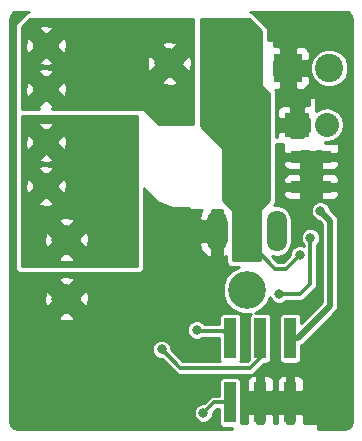
<source format=gbl>
G04 #@! TF.FileFunction,Copper,L2,Bot,Signal*
%FSLAX46Y46*%
G04 Gerber Fmt 4.6, Leading zero omitted, Abs format (unit mm)*
G04 Created by KiCad (PCBNEW 4.0.2-stable) date 22.05.2016 21:35:43*
%MOMM*%
G01*
G04 APERTURE LIST*
%ADD10C,0.100000*%
%ADD11C,2.200000*%
%ADD12C,2.500000*%
%ADD13C,0.500000*%
%ADD14R,1.020000X3.450000*%
%ADD15C,2.400000*%
%ADD16R,2.400000X2.400000*%
%ADD17R,2.032000X2.032000*%
%ADD18O,2.032000X2.032000*%
%ADD19O,1.699260X3.500120*%
%ADD20C,3.200000*%
%ADD21R,3.450000X1.020000*%
%ADD22C,0.800000*%
%ADD23C,0.500000*%
%ADD24C,0.300000*%
%ADD25C,0.254000*%
G04 APERTURE END LIST*
D10*
D11*
X171050000Y-69100000D03*
X171050000Y-72800000D03*
X171050000Y-64600000D03*
X171050000Y-60900000D03*
D12*
X186500000Y-62400000D03*
X181500000Y-62400000D03*
X172800000Y-77350000D03*
X172800000Y-82350000D03*
D13*
X180682000Y-88850000D03*
X196400000Y-92800000D03*
X195288000Y-92800000D03*
X194176000Y-92800000D03*
X183056000Y-92800000D03*
X181944000Y-92800000D03*
X180832000Y-92800000D03*
X179720000Y-92800000D03*
X178608000Y-92800000D03*
X177496000Y-92800000D03*
X176384000Y-92800000D03*
X175272000Y-92800000D03*
X174160000Y-92800000D03*
X173048000Y-92800000D03*
X171936000Y-92800000D03*
X170824000Y-92800000D03*
X169712000Y-92800000D03*
X196400000Y-91660000D03*
X196400000Y-90520000D03*
X196400000Y-89380000D03*
X196400000Y-88240000D03*
X196400000Y-87100000D03*
X196400000Y-85960000D03*
X196400000Y-84820000D03*
X196400000Y-83680000D03*
X196400000Y-82540000D03*
X196400000Y-81400000D03*
X196400000Y-80260000D03*
X196400000Y-79120000D03*
X196400000Y-77980000D03*
X196400000Y-76840000D03*
X196400000Y-75700000D03*
X196400000Y-74560000D03*
X196400000Y-73420000D03*
X196400000Y-72280000D03*
X196400000Y-71140000D03*
X196400000Y-70000000D03*
X196400000Y-68860000D03*
X196400000Y-66580000D03*
X196400000Y-65440000D03*
X196400000Y-64300000D03*
X196400000Y-60880000D03*
X196400000Y-59740000D03*
X168600000Y-92800000D03*
X168600000Y-91660000D03*
X168600000Y-90520000D03*
X168600000Y-89380000D03*
X168600000Y-88240000D03*
X168600000Y-87100000D03*
X168600000Y-85960000D03*
X168600000Y-84820000D03*
X168600000Y-83680000D03*
X168600000Y-82540000D03*
X168600000Y-81400000D03*
X196400000Y-58600000D03*
X195288000Y-58600000D03*
X194176000Y-58600000D03*
X193064000Y-58600000D03*
X191952000Y-58600000D03*
X190840000Y-58600000D03*
X189728000Y-58600000D03*
D14*
X186660000Y-85675000D03*
X186660000Y-91125000D03*
X191740000Y-91125000D03*
X191740000Y-85675000D03*
X189200000Y-91125000D03*
X189200000Y-85675000D03*
D15*
X195050000Y-62800000D03*
D16*
X191550000Y-62800000D03*
D17*
X192300000Y-67600000D03*
D18*
X194840000Y-67600000D03*
D19*
X188050000Y-76600000D03*
X190590000Y-76600000D03*
X185510000Y-76600000D03*
D20*
X188050000Y-81600000D03*
D13*
X168600000Y-58600000D03*
D21*
X188075000Y-72870000D03*
X193525000Y-72870000D03*
X188075000Y-70330000D03*
X193525000Y-70330000D03*
D22*
X194300000Y-74900000D03*
X184400000Y-92000000D03*
X190800000Y-81925000D03*
X193450000Y-77175000D03*
X183825000Y-84975000D03*
X180850000Y-86625000D03*
X192550000Y-78625000D03*
D23*
X191740000Y-85675000D02*
X192400000Y-85675000D01*
X195150000Y-75750000D02*
X194300000Y-74900000D01*
X195150000Y-82925000D02*
X195150000Y-75750000D01*
X192400000Y-85675000D02*
X195150000Y-82925000D01*
D24*
X184400000Y-92000000D02*
X185275000Y-91125000D01*
X185275000Y-91125000D02*
X186660000Y-91125000D01*
X190800000Y-81925000D02*
X192600000Y-81925000D01*
X193450000Y-79325000D02*
X193450000Y-77175000D01*
X193450000Y-81075000D02*
X193450000Y-79325000D01*
X192600000Y-81925000D02*
X193450000Y-81075000D01*
X190850000Y-81925000D02*
X190800000Y-81925000D01*
X193450000Y-77175000D02*
X193525000Y-77250000D01*
X183825000Y-84975000D02*
X183925000Y-85075000D01*
X183925000Y-85075000D02*
X186060000Y-85075000D01*
X186060000Y-85075000D02*
X186660000Y-85675000D01*
X188350000Y-88225000D02*
X189200000Y-87375000D01*
X182450000Y-88225000D02*
X188350000Y-88225000D01*
X180850000Y-86625000D02*
X182450000Y-88225000D01*
X189200000Y-87375000D02*
X189200000Y-85675000D01*
X188050000Y-76600000D02*
X188050000Y-77375000D01*
X188050000Y-77375000D02*
X190500000Y-79825000D01*
X190500000Y-79825000D02*
X191350000Y-79825000D01*
X191350000Y-79825000D02*
X192550000Y-78625000D01*
D25*
G36*
X169520508Y-58058059D02*
X169362710Y-58162710D01*
X168562710Y-58962710D01*
X168460581Y-59114420D01*
X168423000Y-59300000D01*
X168423000Y-66400000D01*
X168452261Y-66555506D01*
X168423000Y-66700000D01*
X168423000Y-79700000D01*
X168455622Y-79873369D01*
X168558083Y-80032598D01*
X168714420Y-80139419D01*
X168900000Y-80177000D01*
X178900000Y-80177000D01*
X179073369Y-80144378D01*
X179232598Y-80041917D01*
X179339419Y-79885580D01*
X179377000Y-79700000D01*
X179377000Y-77708758D01*
X184032302Y-77708758D01*
X184224509Y-78258391D01*
X184612420Y-78692631D01*
X184867879Y-78839013D01*
X185085185Y-78756412D01*
X185085185Y-77475030D01*
X184176655Y-77475030D01*
X184032302Y-77708758D01*
X179377000Y-77708758D01*
X179377000Y-72988805D01*
X179450624Y-73166989D01*
X180427866Y-74145938D01*
X181705348Y-74676395D01*
X183088584Y-74677602D01*
X183136998Y-74657598D01*
X183136998Y-74849940D01*
X184306398Y-74849940D01*
X184224509Y-74941609D01*
X184032302Y-75491242D01*
X184176655Y-75724970D01*
X185085185Y-75724970D01*
X185085185Y-74849940D01*
X185934815Y-74849940D01*
X185934815Y-75724970D01*
X186323000Y-75724970D01*
X186323000Y-77475030D01*
X185934815Y-77475030D01*
X185934815Y-78756412D01*
X186152121Y-78839013D01*
X186323000Y-78741097D01*
X186323000Y-79200000D01*
X186355622Y-79373369D01*
X186458083Y-79532598D01*
X186614420Y-79639419D01*
X186800000Y-79677000D01*
X187396025Y-79677000D01*
X186903297Y-79880591D01*
X186332595Y-80450298D01*
X186023353Y-81195036D01*
X186022649Y-82001426D01*
X186330591Y-82746703D01*
X186900298Y-83317405D01*
X187645036Y-83626647D01*
X188402934Y-83627309D01*
X188386433Y-83637927D01*
X188288936Y-83780619D01*
X188254635Y-83950000D01*
X188254635Y-87400000D01*
X188271162Y-87487836D01*
X188110998Y-87648000D01*
X187517346Y-87648000D01*
X187571064Y-87569381D01*
X187605365Y-87400000D01*
X187605365Y-83950000D01*
X187575591Y-83791763D01*
X187482073Y-83646433D01*
X187339381Y-83548936D01*
X187170000Y-83514635D01*
X186150000Y-83514635D01*
X185991763Y-83544409D01*
X185846433Y-83637927D01*
X185748936Y-83780619D01*
X185714635Y-83950000D01*
X185714635Y-84498000D01*
X184517367Y-84498000D01*
X184294070Y-84274312D01*
X183990222Y-84148144D01*
X183661221Y-84147857D01*
X183357154Y-84273495D01*
X183124312Y-84505930D01*
X182998144Y-84809778D01*
X182997857Y-85138779D01*
X183123495Y-85442846D01*
X183355930Y-85675688D01*
X183659778Y-85801856D01*
X183988779Y-85802143D01*
X184292846Y-85676505D01*
X184317394Y-85652000D01*
X185714635Y-85652000D01*
X185714635Y-87400000D01*
X185744409Y-87558237D01*
X185802170Y-87648000D01*
X182689001Y-87648000D01*
X181676991Y-86635989D01*
X181677143Y-86461221D01*
X181551505Y-86157154D01*
X181319070Y-85924312D01*
X181015222Y-85798144D01*
X180686221Y-85797857D01*
X180382154Y-85923495D01*
X180149312Y-86155930D01*
X180023144Y-86459778D01*
X180022857Y-86788779D01*
X180148495Y-87092846D01*
X180380930Y-87325688D01*
X180684778Y-87451856D01*
X180861008Y-87452010D01*
X182041997Y-88632998D01*
X182041999Y-88633001D01*
X182229192Y-88758078D01*
X182450000Y-88802001D01*
X182450005Y-88802000D01*
X188349995Y-88802000D01*
X188350000Y-88802001D01*
X188570808Y-88758078D01*
X188758001Y-88633001D01*
X189555636Y-87835365D01*
X189710000Y-87835365D01*
X189868237Y-87805591D01*
X190013567Y-87712073D01*
X190111064Y-87569381D01*
X190145365Y-87400000D01*
X190145365Y-83950000D01*
X190794635Y-83950000D01*
X190794635Y-87400000D01*
X190824409Y-87558237D01*
X190917927Y-87703567D01*
X191060619Y-87801064D01*
X191230000Y-87835365D01*
X192250000Y-87835365D01*
X192408237Y-87805591D01*
X192553567Y-87712073D01*
X192651064Y-87569381D01*
X192685365Y-87400000D01*
X192685365Y-86282901D01*
X192878711Y-86153711D01*
X195628711Y-83403712D01*
X195702089Y-83293894D01*
X195775466Y-83184077D01*
X195827000Y-82925000D01*
X195827000Y-75750000D01*
X195808485Y-75656919D01*
X195775467Y-75490924D01*
X195628712Y-75271289D01*
X195127114Y-74769691D01*
X195127143Y-74736221D01*
X195001505Y-74432154D01*
X194769070Y-74199312D01*
X194465222Y-74073144D01*
X194136221Y-74072857D01*
X193832154Y-74198495D01*
X193599312Y-74430930D01*
X193473144Y-74734778D01*
X193472857Y-75063779D01*
X193598495Y-75367846D01*
X193830930Y-75600688D01*
X194134778Y-75726856D01*
X194169464Y-75726886D01*
X194473000Y-76030423D01*
X194473000Y-82644577D01*
X192685365Y-84432213D01*
X192685365Y-83950000D01*
X192655591Y-83791763D01*
X192562073Y-83646433D01*
X192419381Y-83548936D01*
X192250000Y-83514635D01*
X191230000Y-83514635D01*
X191071763Y-83544409D01*
X190926433Y-83637927D01*
X190828936Y-83780619D01*
X190794635Y-83950000D01*
X190145365Y-83950000D01*
X190115591Y-83791763D01*
X190022073Y-83646433D01*
X189879381Y-83548936D01*
X189710000Y-83514635D01*
X188724220Y-83514635D01*
X189196703Y-83319409D01*
X189767405Y-82749702D01*
X190007265Y-82172054D01*
X190098495Y-82392846D01*
X190330930Y-82625688D01*
X190634778Y-82751856D01*
X190963779Y-82752143D01*
X191267846Y-82626505D01*
X191392569Y-82502000D01*
X192599995Y-82502000D01*
X192600000Y-82502001D01*
X192820808Y-82458078D01*
X193008001Y-82333001D01*
X193857998Y-81483003D01*
X193858001Y-81483001D01*
X193983078Y-81295808D01*
X193997462Y-81223495D01*
X194027001Y-81075000D01*
X194027000Y-81074995D01*
X194027000Y-77767542D01*
X194150688Y-77644070D01*
X194276856Y-77340222D01*
X194277143Y-77011221D01*
X194151505Y-76707154D01*
X193919070Y-76474312D01*
X193615222Y-76348144D01*
X193286221Y-76347857D01*
X192982154Y-76473495D01*
X192749312Y-76705930D01*
X192623144Y-77009778D01*
X192622857Y-77338779D01*
X192748495Y-77642846D01*
X192873000Y-77767569D01*
X192873000Y-77863659D01*
X192715222Y-77798144D01*
X192386221Y-77797857D01*
X192082154Y-77923495D01*
X191849312Y-78155930D01*
X191723144Y-78459778D01*
X191722990Y-78636008D01*
X191110998Y-79248000D01*
X190739001Y-79248000D01*
X190241364Y-78750363D01*
X190590000Y-78819711D01*
X191078545Y-78722533D01*
X191492714Y-78445795D01*
X191769452Y-78031626D01*
X191866630Y-77543081D01*
X191866630Y-75656919D01*
X191769452Y-75168374D01*
X191492714Y-74754205D01*
X191078545Y-74477467D01*
X190590000Y-74380289D01*
X190345696Y-74428884D01*
X190437290Y-74337290D01*
X190539419Y-74185580D01*
X190577000Y-74000000D01*
X190577000Y-73283750D01*
X191165000Y-73283750D01*
X191165000Y-73506309D01*
X191261673Y-73739698D01*
X191440301Y-73918327D01*
X191673690Y-74015000D01*
X192503750Y-74015000D01*
X192662500Y-73856250D01*
X192662500Y-73125000D01*
X194387500Y-73125000D01*
X194387500Y-73856250D01*
X194546250Y-74015000D01*
X195376310Y-74015000D01*
X195609699Y-73918327D01*
X195788327Y-73739698D01*
X195885000Y-73506309D01*
X195885000Y-73283750D01*
X195726250Y-73125000D01*
X194387500Y-73125000D01*
X192662500Y-73125000D01*
X191323750Y-73125000D01*
X191165000Y-73283750D01*
X190577000Y-73283750D01*
X190577000Y-72233691D01*
X191165000Y-72233691D01*
X191165000Y-72456250D01*
X191323750Y-72615000D01*
X192662500Y-72615000D01*
X192662500Y-71883750D01*
X194387500Y-71883750D01*
X194387500Y-72615000D01*
X195726250Y-72615000D01*
X195885000Y-72456250D01*
X195885000Y-72233691D01*
X195788327Y-72000302D01*
X195609699Y-71821673D01*
X195376310Y-71725000D01*
X194546250Y-71725000D01*
X194387500Y-71883750D01*
X192662500Y-71883750D01*
X192503750Y-71725000D01*
X191673690Y-71725000D01*
X191440301Y-71821673D01*
X191261673Y-72000302D01*
X191165000Y-72233691D01*
X190577000Y-72233691D01*
X190577000Y-70743750D01*
X191165000Y-70743750D01*
X191165000Y-70966309D01*
X191261673Y-71199698D01*
X191440301Y-71378327D01*
X191673690Y-71475000D01*
X192503750Y-71475000D01*
X192662500Y-71316250D01*
X192662500Y-70585000D01*
X194387500Y-70585000D01*
X194387500Y-71316250D01*
X194546250Y-71475000D01*
X195376310Y-71475000D01*
X195609699Y-71378327D01*
X195788327Y-71199698D01*
X195885000Y-70966309D01*
X195885000Y-70743750D01*
X195726250Y-70585000D01*
X194387500Y-70585000D01*
X192662500Y-70585000D01*
X191323750Y-70585000D01*
X191165000Y-70743750D01*
X190577000Y-70743750D01*
X190577000Y-69251000D01*
X191151998Y-69251000D01*
X191151998Y-69820000D01*
X191165000Y-69820000D01*
X191165000Y-69916250D01*
X191323750Y-70075000D01*
X192662500Y-70075000D01*
X192662500Y-69820000D01*
X193316000Y-69820000D01*
X193316000Y-69973002D01*
X193951000Y-69973002D01*
X193951000Y-69820000D01*
X194387500Y-69820000D01*
X194387500Y-70075000D01*
X195726250Y-70075000D01*
X195885000Y-69916250D01*
X195885000Y-69820000D01*
X195898002Y-69820000D01*
X195898002Y-69185000D01*
X194673002Y-69185000D01*
X194673002Y-69038052D01*
X194840000Y-69071270D01*
X195392212Y-68961428D01*
X195860355Y-68648625D01*
X196173158Y-68180482D01*
X196283000Y-67628270D01*
X196283000Y-67571730D01*
X196173158Y-67019518D01*
X195860355Y-66551375D01*
X195392212Y-66238572D01*
X194840000Y-66128730D01*
X194287788Y-66238572D01*
X193951000Y-66463606D01*
X193951000Y-65226998D01*
X193316000Y-65226998D01*
X193316000Y-65949000D01*
X192966750Y-65949000D01*
X192808000Y-66107750D01*
X192808000Y-67092000D01*
X193316000Y-67092000D01*
X193316000Y-68108000D01*
X192808000Y-68108000D01*
X192808000Y-68616000D01*
X191792000Y-68616000D01*
X191792000Y-68108000D01*
X190807750Y-68108000D01*
X190649000Y-68266750D01*
X190649000Y-68616000D01*
X190577000Y-68616000D01*
X190577000Y-66457691D01*
X190649000Y-66457691D01*
X190649000Y-66933250D01*
X190807750Y-67092000D01*
X191792000Y-67092000D01*
X191792000Y-66107750D01*
X191633250Y-65949000D01*
X191157690Y-65949000D01*
X190924301Y-66045673D01*
X190745673Y-66224302D01*
X190649000Y-66457691D01*
X190577000Y-66457691D01*
X190577000Y-64900000D01*
X190541941Y-64720508D01*
X190485232Y-64635000D01*
X190791250Y-64635000D01*
X190950000Y-64476250D01*
X190950000Y-63400000D01*
X192150000Y-63400000D01*
X192150000Y-64476250D01*
X192308750Y-64635000D01*
X192876309Y-64635000D01*
X193109698Y-64538327D01*
X193288327Y-64359699D01*
X193385000Y-64126310D01*
X193385000Y-63558750D01*
X193226250Y-63400000D01*
X192150000Y-63400000D01*
X190950000Y-63400000D01*
X190350000Y-63400000D01*
X190350000Y-63122211D01*
X193422718Y-63122211D01*
X193669892Y-63720418D01*
X194127175Y-64178499D01*
X194724950Y-64426717D01*
X195372211Y-64427282D01*
X195970418Y-64180108D01*
X196428499Y-63722825D01*
X196676717Y-63125050D01*
X196677282Y-62477789D01*
X196430108Y-61879582D01*
X195972825Y-61421501D01*
X195375050Y-61173283D01*
X194727789Y-61172718D01*
X194129582Y-61419892D01*
X193671501Y-61877175D01*
X193423283Y-62474950D01*
X193422718Y-63122211D01*
X190350000Y-63122211D01*
X190350000Y-62200000D01*
X190950000Y-62200000D01*
X190950000Y-61123750D01*
X192150000Y-61123750D01*
X192150000Y-62200000D01*
X193226250Y-62200000D01*
X193385000Y-62041250D01*
X193385000Y-61473690D01*
X193288327Y-61240301D01*
X193109698Y-61061673D01*
X192876309Y-60965000D01*
X192308750Y-60965000D01*
X192150000Y-61123750D01*
X190950000Y-61123750D01*
X190791250Y-60965000D01*
X190350000Y-60965000D01*
X190350000Y-60426998D01*
X189877000Y-60426998D01*
X189877000Y-59600000D01*
X189841941Y-59420508D01*
X189737290Y-59262710D01*
X188637290Y-58162710D01*
X188485580Y-58060581D01*
X188344443Y-58032000D01*
X196357453Y-58032000D01*
X196614125Y-58083055D01*
X196795652Y-58204348D01*
X196916945Y-58385875D01*
X196968000Y-58642546D01*
X196968000Y-92757454D01*
X196916945Y-93014125D01*
X196795652Y-93195652D01*
X196614125Y-93316945D01*
X196357453Y-93368000D01*
X194113002Y-93368000D01*
X194113002Y-92850000D01*
X192885000Y-92850000D01*
X192885000Y-92146250D01*
X192726250Y-91987500D01*
X191995000Y-91987500D01*
X191995000Y-92850000D01*
X191485000Y-92850000D01*
X191485000Y-91987500D01*
X190753750Y-91987500D01*
X190595000Y-92146250D01*
X190595000Y-92850000D01*
X190345000Y-92850000D01*
X190345000Y-92146250D01*
X190186250Y-91987500D01*
X189455000Y-91987500D01*
X189455000Y-92850000D01*
X188945000Y-92850000D01*
X188945000Y-91987500D01*
X188213750Y-91987500D01*
X188055000Y-92146250D01*
X188055000Y-92850000D01*
X187605365Y-92850000D01*
X187605365Y-89400000D01*
X187581599Y-89273690D01*
X188055000Y-89273690D01*
X188055000Y-90103750D01*
X188213750Y-90262500D01*
X188945000Y-90262500D01*
X188945000Y-88923750D01*
X189455000Y-88923750D01*
X189455000Y-90262500D01*
X190186250Y-90262500D01*
X190345000Y-90103750D01*
X190345000Y-89273690D01*
X190595000Y-89273690D01*
X190595000Y-90103750D01*
X190753750Y-90262500D01*
X191485000Y-90262500D01*
X191485000Y-88923750D01*
X191995000Y-88923750D01*
X191995000Y-90262500D01*
X192726250Y-90262500D01*
X192885000Y-90103750D01*
X192885000Y-89273690D01*
X192788327Y-89040301D01*
X192609698Y-88861673D01*
X192376309Y-88765000D01*
X192153750Y-88765000D01*
X191995000Y-88923750D01*
X191485000Y-88923750D01*
X191326250Y-88765000D01*
X191103691Y-88765000D01*
X190870302Y-88861673D01*
X190691673Y-89040301D01*
X190595000Y-89273690D01*
X190345000Y-89273690D01*
X190248327Y-89040301D01*
X190069698Y-88861673D01*
X189836309Y-88765000D01*
X189613750Y-88765000D01*
X189455000Y-88923750D01*
X188945000Y-88923750D01*
X188786250Y-88765000D01*
X188563691Y-88765000D01*
X188330302Y-88861673D01*
X188151673Y-89040301D01*
X188055000Y-89273690D01*
X187581599Y-89273690D01*
X187575591Y-89241763D01*
X187482073Y-89096433D01*
X187339381Y-88998936D01*
X187170000Y-88964635D01*
X186150000Y-88964635D01*
X185991763Y-88994409D01*
X185846433Y-89087927D01*
X185748936Y-89230619D01*
X185714635Y-89400000D01*
X185714635Y-90548000D01*
X185275005Y-90548000D01*
X185275000Y-90547999D01*
X185054192Y-90591922D01*
X184866999Y-90716999D01*
X184410989Y-91173009D01*
X184236221Y-91172857D01*
X183932154Y-91298495D01*
X183699312Y-91530930D01*
X183573144Y-91834778D01*
X183572857Y-92163779D01*
X183698495Y-92467846D01*
X183930930Y-92700688D01*
X184234778Y-92826856D01*
X184563779Y-92827143D01*
X184867846Y-92701505D01*
X185100688Y-92469070D01*
X185226856Y-92165222D01*
X185227010Y-91988992D01*
X185514002Y-91702000D01*
X185714635Y-91702000D01*
X185714635Y-92850000D01*
X185744409Y-93008237D01*
X185837927Y-93153567D01*
X185980619Y-93251064D01*
X186150000Y-93285365D01*
X186826998Y-93285365D01*
X186826998Y-93368000D01*
X168642546Y-93368000D01*
X168385875Y-93316945D01*
X168204348Y-93195652D01*
X168083055Y-93014125D01*
X168032000Y-92757453D01*
X168032000Y-83957741D01*
X172076143Y-83957741D01*
X172237356Y-84187727D01*
X172983452Y-84263153D01*
X173362644Y-84187727D01*
X173523857Y-83957741D01*
X172800000Y-83233883D01*
X172076143Y-83957741D01*
X168032000Y-83957741D01*
X168032000Y-82533452D01*
X170886847Y-82533452D01*
X170962273Y-82912644D01*
X171192259Y-83073857D01*
X171916117Y-82350000D01*
X173683883Y-82350000D01*
X174407741Y-83073857D01*
X174637727Y-82912644D01*
X174713153Y-82166548D01*
X174637727Y-81787356D01*
X174407741Y-81626143D01*
X173683883Y-82350000D01*
X171916117Y-82350000D01*
X171192259Y-81626143D01*
X170962273Y-81787356D01*
X170886847Y-82533452D01*
X168032000Y-82533452D01*
X168032000Y-80742259D01*
X172076143Y-80742259D01*
X172800000Y-81466117D01*
X173523857Y-80742259D01*
X173362644Y-80512273D01*
X172616548Y-80436847D01*
X172237356Y-80512273D01*
X172076143Y-80742259D01*
X168032000Y-80742259D01*
X168032000Y-58642547D01*
X168083055Y-58385875D01*
X168204348Y-58204348D01*
X168385875Y-58083055D01*
X168642546Y-58032000D01*
X169653923Y-58032000D01*
X169520508Y-58058059D01*
X169520508Y-58058059D01*
G37*
X169520508Y-58058059D02*
X169362710Y-58162710D01*
X168562710Y-58962710D01*
X168460581Y-59114420D01*
X168423000Y-59300000D01*
X168423000Y-66400000D01*
X168452261Y-66555506D01*
X168423000Y-66700000D01*
X168423000Y-79700000D01*
X168455622Y-79873369D01*
X168558083Y-80032598D01*
X168714420Y-80139419D01*
X168900000Y-80177000D01*
X178900000Y-80177000D01*
X179073369Y-80144378D01*
X179232598Y-80041917D01*
X179339419Y-79885580D01*
X179377000Y-79700000D01*
X179377000Y-77708758D01*
X184032302Y-77708758D01*
X184224509Y-78258391D01*
X184612420Y-78692631D01*
X184867879Y-78839013D01*
X185085185Y-78756412D01*
X185085185Y-77475030D01*
X184176655Y-77475030D01*
X184032302Y-77708758D01*
X179377000Y-77708758D01*
X179377000Y-72988805D01*
X179450624Y-73166989D01*
X180427866Y-74145938D01*
X181705348Y-74676395D01*
X183088584Y-74677602D01*
X183136998Y-74657598D01*
X183136998Y-74849940D01*
X184306398Y-74849940D01*
X184224509Y-74941609D01*
X184032302Y-75491242D01*
X184176655Y-75724970D01*
X185085185Y-75724970D01*
X185085185Y-74849940D01*
X185934815Y-74849940D01*
X185934815Y-75724970D01*
X186323000Y-75724970D01*
X186323000Y-77475030D01*
X185934815Y-77475030D01*
X185934815Y-78756412D01*
X186152121Y-78839013D01*
X186323000Y-78741097D01*
X186323000Y-79200000D01*
X186355622Y-79373369D01*
X186458083Y-79532598D01*
X186614420Y-79639419D01*
X186800000Y-79677000D01*
X187396025Y-79677000D01*
X186903297Y-79880591D01*
X186332595Y-80450298D01*
X186023353Y-81195036D01*
X186022649Y-82001426D01*
X186330591Y-82746703D01*
X186900298Y-83317405D01*
X187645036Y-83626647D01*
X188402934Y-83627309D01*
X188386433Y-83637927D01*
X188288936Y-83780619D01*
X188254635Y-83950000D01*
X188254635Y-87400000D01*
X188271162Y-87487836D01*
X188110998Y-87648000D01*
X187517346Y-87648000D01*
X187571064Y-87569381D01*
X187605365Y-87400000D01*
X187605365Y-83950000D01*
X187575591Y-83791763D01*
X187482073Y-83646433D01*
X187339381Y-83548936D01*
X187170000Y-83514635D01*
X186150000Y-83514635D01*
X185991763Y-83544409D01*
X185846433Y-83637927D01*
X185748936Y-83780619D01*
X185714635Y-83950000D01*
X185714635Y-84498000D01*
X184517367Y-84498000D01*
X184294070Y-84274312D01*
X183990222Y-84148144D01*
X183661221Y-84147857D01*
X183357154Y-84273495D01*
X183124312Y-84505930D01*
X182998144Y-84809778D01*
X182997857Y-85138779D01*
X183123495Y-85442846D01*
X183355930Y-85675688D01*
X183659778Y-85801856D01*
X183988779Y-85802143D01*
X184292846Y-85676505D01*
X184317394Y-85652000D01*
X185714635Y-85652000D01*
X185714635Y-87400000D01*
X185744409Y-87558237D01*
X185802170Y-87648000D01*
X182689001Y-87648000D01*
X181676991Y-86635989D01*
X181677143Y-86461221D01*
X181551505Y-86157154D01*
X181319070Y-85924312D01*
X181015222Y-85798144D01*
X180686221Y-85797857D01*
X180382154Y-85923495D01*
X180149312Y-86155930D01*
X180023144Y-86459778D01*
X180022857Y-86788779D01*
X180148495Y-87092846D01*
X180380930Y-87325688D01*
X180684778Y-87451856D01*
X180861008Y-87452010D01*
X182041997Y-88632998D01*
X182041999Y-88633001D01*
X182229192Y-88758078D01*
X182450000Y-88802001D01*
X182450005Y-88802000D01*
X188349995Y-88802000D01*
X188350000Y-88802001D01*
X188570808Y-88758078D01*
X188758001Y-88633001D01*
X189555636Y-87835365D01*
X189710000Y-87835365D01*
X189868237Y-87805591D01*
X190013567Y-87712073D01*
X190111064Y-87569381D01*
X190145365Y-87400000D01*
X190145365Y-83950000D01*
X190794635Y-83950000D01*
X190794635Y-87400000D01*
X190824409Y-87558237D01*
X190917927Y-87703567D01*
X191060619Y-87801064D01*
X191230000Y-87835365D01*
X192250000Y-87835365D01*
X192408237Y-87805591D01*
X192553567Y-87712073D01*
X192651064Y-87569381D01*
X192685365Y-87400000D01*
X192685365Y-86282901D01*
X192878711Y-86153711D01*
X195628711Y-83403712D01*
X195702089Y-83293894D01*
X195775466Y-83184077D01*
X195827000Y-82925000D01*
X195827000Y-75750000D01*
X195808485Y-75656919D01*
X195775467Y-75490924D01*
X195628712Y-75271289D01*
X195127114Y-74769691D01*
X195127143Y-74736221D01*
X195001505Y-74432154D01*
X194769070Y-74199312D01*
X194465222Y-74073144D01*
X194136221Y-74072857D01*
X193832154Y-74198495D01*
X193599312Y-74430930D01*
X193473144Y-74734778D01*
X193472857Y-75063779D01*
X193598495Y-75367846D01*
X193830930Y-75600688D01*
X194134778Y-75726856D01*
X194169464Y-75726886D01*
X194473000Y-76030423D01*
X194473000Y-82644577D01*
X192685365Y-84432213D01*
X192685365Y-83950000D01*
X192655591Y-83791763D01*
X192562073Y-83646433D01*
X192419381Y-83548936D01*
X192250000Y-83514635D01*
X191230000Y-83514635D01*
X191071763Y-83544409D01*
X190926433Y-83637927D01*
X190828936Y-83780619D01*
X190794635Y-83950000D01*
X190145365Y-83950000D01*
X190115591Y-83791763D01*
X190022073Y-83646433D01*
X189879381Y-83548936D01*
X189710000Y-83514635D01*
X188724220Y-83514635D01*
X189196703Y-83319409D01*
X189767405Y-82749702D01*
X190007265Y-82172054D01*
X190098495Y-82392846D01*
X190330930Y-82625688D01*
X190634778Y-82751856D01*
X190963779Y-82752143D01*
X191267846Y-82626505D01*
X191392569Y-82502000D01*
X192599995Y-82502000D01*
X192600000Y-82502001D01*
X192820808Y-82458078D01*
X193008001Y-82333001D01*
X193857998Y-81483003D01*
X193858001Y-81483001D01*
X193983078Y-81295808D01*
X193997462Y-81223495D01*
X194027001Y-81075000D01*
X194027000Y-81074995D01*
X194027000Y-77767542D01*
X194150688Y-77644070D01*
X194276856Y-77340222D01*
X194277143Y-77011221D01*
X194151505Y-76707154D01*
X193919070Y-76474312D01*
X193615222Y-76348144D01*
X193286221Y-76347857D01*
X192982154Y-76473495D01*
X192749312Y-76705930D01*
X192623144Y-77009778D01*
X192622857Y-77338779D01*
X192748495Y-77642846D01*
X192873000Y-77767569D01*
X192873000Y-77863659D01*
X192715222Y-77798144D01*
X192386221Y-77797857D01*
X192082154Y-77923495D01*
X191849312Y-78155930D01*
X191723144Y-78459778D01*
X191722990Y-78636008D01*
X191110998Y-79248000D01*
X190739001Y-79248000D01*
X190241364Y-78750363D01*
X190590000Y-78819711D01*
X191078545Y-78722533D01*
X191492714Y-78445795D01*
X191769452Y-78031626D01*
X191866630Y-77543081D01*
X191866630Y-75656919D01*
X191769452Y-75168374D01*
X191492714Y-74754205D01*
X191078545Y-74477467D01*
X190590000Y-74380289D01*
X190345696Y-74428884D01*
X190437290Y-74337290D01*
X190539419Y-74185580D01*
X190577000Y-74000000D01*
X190577000Y-73283750D01*
X191165000Y-73283750D01*
X191165000Y-73506309D01*
X191261673Y-73739698D01*
X191440301Y-73918327D01*
X191673690Y-74015000D01*
X192503750Y-74015000D01*
X192662500Y-73856250D01*
X192662500Y-73125000D01*
X194387500Y-73125000D01*
X194387500Y-73856250D01*
X194546250Y-74015000D01*
X195376310Y-74015000D01*
X195609699Y-73918327D01*
X195788327Y-73739698D01*
X195885000Y-73506309D01*
X195885000Y-73283750D01*
X195726250Y-73125000D01*
X194387500Y-73125000D01*
X192662500Y-73125000D01*
X191323750Y-73125000D01*
X191165000Y-73283750D01*
X190577000Y-73283750D01*
X190577000Y-72233691D01*
X191165000Y-72233691D01*
X191165000Y-72456250D01*
X191323750Y-72615000D01*
X192662500Y-72615000D01*
X192662500Y-71883750D01*
X194387500Y-71883750D01*
X194387500Y-72615000D01*
X195726250Y-72615000D01*
X195885000Y-72456250D01*
X195885000Y-72233691D01*
X195788327Y-72000302D01*
X195609699Y-71821673D01*
X195376310Y-71725000D01*
X194546250Y-71725000D01*
X194387500Y-71883750D01*
X192662500Y-71883750D01*
X192503750Y-71725000D01*
X191673690Y-71725000D01*
X191440301Y-71821673D01*
X191261673Y-72000302D01*
X191165000Y-72233691D01*
X190577000Y-72233691D01*
X190577000Y-70743750D01*
X191165000Y-70743750D01*
X191165000Y-70966309D01*
X191261673Y-71199698D01*
X191440301Y-71378327D01*
X191673690Y-71475000D01*
X192503750Y-71475000D01*
X192662500Y-71316250D01*
X192662500Y-70585000D01*
X194387500Y-70585000D01*
X194387500Y-71316250D01*
X194546250Y-71475000D01*
X195376310Y-71475000D01*
X195609699Y-71378327D01*
X195788327Y-71199698D01*
X195885000Y-70966309D01*
X195885000Y-70743750D01*
X195726250Y-70585000D01*
X194387500Y-70585000D01*
X192662500Y-70585000D01*
X191323750Y-70585000D01*
X191165000Y-70743750D01*
X190577000Y-70743750D01*
X190577000Y-69251000D01*
X191151998Y-69251000D01*
X191151998Y-69820000D01*
X191165000Y-69820000D01*
X191165000Y-69916250D01*
X191323750Y-70075000D01*
X192662500Y-70075000D01*
X192662500Y-69820000D01*
X193316000Y-69820000D01*
X193316000Y-69973002D01*
X193951000Y-69973002D01*
X193951000Y-69820000D01*
X194387500Y-69820000D01*
X194387500Y-70075000D01*
X195726250Y-70075000D01*
X195885000Y-69916250D01*
X195885000Y-69820000D01*
X195898002Y-69820000D01*
X195898002Y-69185000D01*
X194673002Y-69185000D01*
X194673002Y-69038052D01*
X194840000Y-69071270D01*
X195392212Y-68961428D01*
X195860355Y-68648625D01*
X196173158Y-68180482D01*
X196283000Y-67628270D01*
X196283000Y-67571730D01*
X196173158Y-67019518D01*
X195860355Y-66551375D01*
X195392212Y-66238572D01*
X194840000Y-66128730D01*
X194287788Y-66238572D01*
X193951000Y-66463606D01*
X193951000Y-65226998D01*
X193316000Y-65226998D01*
X193316000Y-65949000D01*
X192966750Y-65949000D01*
X192808000Y-66107750D01*
X192808000Y-67092000D01*
X193316000Y-67092000D01*
X193316000Y-68108000D01*
X192808000Y-68108000D01*
X192808000Y-68616000D01*
X191792000Y-68616000D01*
X191792000Y-68108000D01*
X190807750Y-68108000D01*
X190649000Y-68266750D01*
X190649000Y-68616000D01*
X190577000Y-68616000D01*
X190577000Y-66457691D01*
X190649000Y-66457691D01*
X190649000Y-66933250D01*
X190807750Y-67092000D01*
X191792000Y-67092000D01*
X191792000Y-66107750D01*
X191633250Y-65949000D01*
X191157690Y-65949000D01*
X190924301Y-66045673D01*
X190745673Y-66224302D01*
X190649000Y-66457691D01*
X190577000Y-66457691D01*
X190577000Y-64900000D01*
X190541941Y-64720508D01*
X190485232Y-64635000D01*
X190791250Y-64635000D01*
X190950000Y-64476250D01*
X190950000Y-63400000D01*
X192150000Y-63400000D01*
X192150000Y-64476250D01*
X192308750Y-64635000D01*
X192876309Y-64635000D01*
X193109698Y-64538327D01*
X193288327Y-64359699D01*
X193385000Y-64126310D01*
X193385000Y-63558750D01*
X193226250Y-63400000D01*
X192150000Y-63400000D01*
X190950000Y-63400000D01*
X190350000Y-63400000D01*
X190350000Y-63122211D01*
X193422718Y-63122211D01*
X193669892Y-63720418D01*
X194127175Y-64178499D01*
X194724950Y-64426717D01*
X195372211Y-64427282D01*
X195970418Y-64180108D01*
X196428499Y-63722825D01*
X196676717Y-63125050D01*
X196677282Y-62477789D01*
X196430108Y-61879582D01*
X195972825Y-61421501D01*
X195375050Y-61173283D01*
X194727789Y-61172718D01*
X194129582Y-61419892D01*
X193671501Y-61877175D01*
X193423283Y-62474950D01*
X193422718Y-63122211D01*
X190350000Y-63122211D01*
X190350000Y-62200000D01*
X190950000Y-62200000D01*
X190950000Y-61123750D01*
X192150000Y-61123750D01*
X192150000Y-62200000D01*
X193226250Y-62200000D01*
X193385000Y-62041250D01*
X193385000Y-61473690D01*
X193288327Y-61240301D01*
X193109698Y-61061673D01*
X192876309Y-60965000D01*
X192308750Y-60965000D01*
X192150000Y-61123750D01*
X190950000Y-61123750D01*
X190791250Y-60965000D01*
X190350000Y-60965000D01*
X190350000Y-60426998D01*
X189877000Y-60426998D01*
X189877000Y-59600000D01*
X189841941Y-59420508D01*
X189737290Y-59262710D01*
X188637290Y-58162710D01*
X188485580Y-58060581D01*
X188344443Y-58032000D01*
X196357453Y-58032000D01*
X196614125Y-58083055D01*
X196795652Y-58204348D01*
X196916945Y-58385875D01*
X196968000Y-58642546D01*
X196968000Y-92757454D01*
X196916945Y-93014125D01*
X196795652Y-93195652D01*
X196614125Y-93316945D01*
X196357453Y-93368000D01*
X194113002Y-93368000D01*
X194113002Y-92850000D01*
X192885000Y-92850000D01*
X192885000Y-92146250D01*
X192726250Y-91987500D01*
X191995000Y-91987500D01*
X191995000Y-92850000D01*
X191485000Y-92850000D01*
X191485000Y-91987500D01*
X190753750Y-91987500D01*
X190595000Y-92146250D01*
X190595000Y-92850000D01*
X190345000Y-92850000D01*
X190345000Y-92146250D01*
X190186250Y-91987500D01*
X189455000Y-91987500D01*
X189455000Y-92850000D01*
X188945000Y-92850000D01*
X188945000Y-91987500D01*
X188213750Y-91987500D01*
X188055000Y-92146250D01*
X188055000Y-92850000D01*
X187605365Y-92850000D01*
X187605365Y-89400000D01*
X187581599Y-89273690D01*
X188055000Y-89273690D01*
X188055000Y-90103750D01*
X188213750Y-90262500D01*
X188945000Y-90262500D01*
X188945000Y-88923750D01*
X189455000Y-88923750D01*
X189455000Y-90262500D01*
X190186250Y-90262500D01*
X190345000Y-90103750D01*
X190345000Y-89273690D01*
X190595000Y-89273690D01*
X190595000Y-90103750D01*
X190753750Y-90262500D01*
X191485000Y-90262500D01*
X191485000Y-88923750D01*
X191995000Y-88923750D01*
X191995000Y-90262500D01*
X192726250Y-90262500D01*
X192885000Y-90103750D01*
X192885000Y-89273690D01*
X192788327Y-89040301D01*
X192609698Y-88861673D01*
X192376309Y-88765000D01*
X192153750Y-88765000D01*
X191995000Y-88923750D01*
X191485000Y-88923750D01*
X191326250Y-88765000D01*
X191103691Y-88765000D01*
X190870302Y-88861673D01*
X190691673Y-89040301D01*
X190595000Y-89273690D01*
X190345000Y-89273690D01*
X190248327Y-89040301D01*
X190069698Y-88861673D01*
X189836309Y-88765000D01*
X189613750Y-88765000D01*
X189455000Y-88923750D01*
X188945000Y-88923750D01*
X188786250Y-88765000D01*
X188563691Y-88765000D01*
X188330302Y-88861673D01*
X188151673Y-89040301D01*
X188055000Y-89273690D01*
X187581599Y-89273690D01*
X187575591Y-89241763D01*
X187482073Y-89096433D01*
X187339381Y-88998936D01*
X187170000Y-88964635D01*
X186150000Y-88964635D01*
X185991763Y-88994409D01*
X185846433Y-89087927D01*
X185748936Y-89230619D01*
X185714635Y-89400000D01*
X185714635Y-90548000D01*
X185275005Y-90548000D01*
X185275000Y-90547999D01*
X185054192Y-90591922D01*
X184866999Y-90716999D01*
X184410989Y-91173009D01*
X184236221Y-91172857D01*
X183932154Y-91298495D01*
X183699312Y-91530930D01*
X183573144Y-91834778D01*
X183572857Y-92163779D01*
X183698495Y-92467846D01*
X183930930Y-92700688D01*
X184234778Y-92826856D01*
X184563779Y-92827143D01*
X184867846Y-92701505D01*
X185100688Y-92469070D01*
X185226856Y-92165222D01*
X185227010Y-91988992D01*
X185514002Y-91702000D01*
X185714635Y-91702000D01*
X185714635Y-92850000D01*
X185744409Y-93008237D01*
X185837927Y-93153567D01*
X185980619Y-93251064D01*
X186150000Y-93285365D01*
X186826998Y-93285365D01*
X186826998Y-93368000D01*
X168642546Y-93368000D01*
X168385875Y-93316945D01*
X168204348Y-93195652D01*
X168083055Y-93014125D01*
X168032000Y-92757453D01*
X168032000Y-83957741D01*
X172076143Y-83957741D01*
X172237356Y-84187727D01*
X172983452Y-84263153D01*
X173362644Y-84187727D01*
X173523857Y-83957741D01*
X172800000Y-83233883D01*
X172076143Y-83957741D01*
X168032000Y-83957741D01*
X168032000Y-82533452D01*
X170886847Y-82533452D01*
X170962273Y-82912644D01*
X171192259Y-83073857D01*
X171916117Y-82350000D01*
X173683883Y-82350000D01*
X174407741Y-83073857D01*
X174637727Y-82912644D01*
X174713153Y-82166548D01*
X174637727Y-81787356D01*
X174407741Y-81626143D01*
X173683883Y-82350000D01*
X171916117Y-82350000D01*
X171192259Y-81626143D01*
X170962273Y-81787356D01*
X170886847Y-82533452D01*
X168032000Y-82533452D01*
X168032000Y-80742259D01*
X172076143Y-80742259D01*
X172800000Y-81466117D01*
X173523857Y-80742259D01*
X173362644Y-80512273D01*
X172616548Y-80436847D01*
X172237356Y-80512273D01*
X172076143Y-80742259D01*
X168032000Y-80742259D01*
X168032000Y-58642547D01*
X168083055Y-58385875D01*
X168204348Y-58204348D01*
X168385875Y-58083055D01*
X168642546Y-58032000D01*
X169653923Y-58032000D01*
X169520508Y-58058059D01*
G36*
X178773000Y-79573000D02*
X169027000Y-79573000D01*
X169027000Y-78957741D01*
X172076143Y-78957741D01*
X172237356Y-79187727D01*
X172983452Y-79263153D01*
X173362644Y-79187727D01*
X173523857Y-78957741D01*
X172800000Y-78233883D01*
X172076143Y-78957741D01*
X169027000Y-78957741D01*
X169027000Y-77533452D01*
X170886847Y-77533452D01*
X170962273Y-77912644D01*
X171192259Y-78073857D01*
X171916117Y-77350000D01*
X173683883Y-77350000D01*
X174407741Y-78073857D01*
X174637727Y-77912644D01*
X174713153Y-77166548D01*
X174637727Y-76787356D01*
X174407741Y-76626143D01*
X173683883Y-77350000D01*
X171916117Y-77350000D01*
X171192259Y-76626143D01*
X170962273Y-76787356D01*
X170886847Y-77533452D01*
X169027000Y-77533452D01*
X169027000Y-75742259D01*
X172076143Y-75742259D01*
X172800000Y-76466117D01*
X173523857Y-75742259D01*
X173362644Y-75512273D01*
X172616548Y-75436847D01*
X172237356Y-75512273D01*
X172076143Y-75742259D01*
X169027000Y-75742259D01*
X169027000Y-74259043D01*
X170368774Y-74259043D01*
X170506706Y-74483497D01*
X171192308Y-74563258D01*
X171593294Y-74483497D01*
X171731226Y-74259043D01*
X171050000Y-73577817D01*
X170368774Y-74259043D01*
X169027000Y-74259043D01*
X169027000Y-72942308D01*
X169286742Y-72942308D01*
X169366503Y-73343294D01*
X169590957Y-73481226D01*
X170272183Y-72800000D01*
X171827817Y-72800000D01*
X172509043Y-73481226D01*
X172733497Y-73343294D01*
X172813258Y-72657692D01*
X172733497Y-72256706D01*
X172509043Y-72118774D01*
X171827817Y-72800000D01*
X170272183Y-72800000D01*
X169590957Y-72118774D01*
X169366503Y-72256706D01*
X169286742Y-72942308D01*
X169027000Y-72942308D01*
X169027000Y-71340957D01*
X170368774Y-71340957D01*
X171050000Y-72022183D01*
X171731226Y-71340957D01*
X171593294Y-71116503D01*
X170907692Y-71036742D01*
X170506706Y-71116503D01*
X170368774Y-71340957D01*
X169027000Y-71340957D01*
X169027000Y-70559043D01*
X170368774Y-70559043D01*
X170506706Y-70783497D01*
X171192308Y-70863258D01*
X171593294Y-70783497D01*
X171731226Y-70559043D01*
X171050000Y-69877817D01*
X170368774Y-70559043D01*
X169027000Y-70559043D01*
X169027000Y-69242308D01*
X169286742Y-69242308D01*
X169366503Y-69643294D01*
X169590957Y-69781226D01*
X170272183Y-69100000D01*
X171827817Y-69100000D01*
X172509043Y-69781226D01*
X172733497Y-69643294D01*
X172813258Y-68957692D01*
X172733497Y-68556706D01*
X172509043Y-68418774D01*
X171827817Y-69100000D01*
X170272183Y-69100000D01*
X169590957Y-68418774D01*
X169366503Y-68556706D01*
X169286742Y-69242308D01*
X169027000Y-69242308D01*
X169027000Y-67640957D01*
X170368774Y-67640957D01*
X171050000Y-68322183D01*
X171731226Y-67640957D01*
X171593294Y-67416503D01*
X170907692Y-67336742D01*
X170506706Y-67416503D01*
X170368774Y-67640957D01*
X169027000Y-67640957D01*
X169027000Y-66877000D01*
X178773000Y-66877000D01*
X178773000Y-79573000D01*
X178773000Y-79573000D01*
G37*
X178773000Y-79573000D02*
X169027000Y-79573000D01*
X169027000Y-78957741D01*
X172076143Y-78957741D01*
X172237356Y-79187727D01*
X172983452Y-79263153D01*
X173362644Y-79187727D01*
X173523857Y-78957741D01*
X172800000Y-78233883D01*
X172076143Y-78957741D01*
X169027000Y-78957741D01*
X169027000Y-77533452D01*
X170886847Y-77533452D01*
X170962273Y-77912644D01*
X171192259Y-78073857D01*
X171916117Y-77350000D01*
X173683883Y-77350000D01*
X174407741Y-78073857D01*
X174637727Y-77912644D01*
X174713153Y-77166548D01*
X174637727Y-76787356D01*
X174407741Y-76626143D01*
X173683883Y-77350000D01*
X171916117Y-77350000D01*
X171192259Y-76626143D01*
X170962273Y-76787356D01*
X170886847Y-77533452D01*
X169027000Y-77533452D01*
X169027000Y-75742259D01*
X172076143Y-75742259D01*
X172800000Y-76466117D01*
X173523857Y-75742259D01*
X173362644Y-75512273D01*
X172616548Y-75436847D01*
X172237356Y-75512273D01*
X172076143Y-75742259D01*
X169027000Y-75742259D01*
X169027000Y-74259043D01*
X170368774Y-74259043D01*
X170506706Y-74483497D01*
X171192308Y-74563258D01*
X171593294Y-74483497D01*
X171731226Y-74259043D01*
X171050000Y-73577817D01*
X170368774Y-74259043D01*
X169027000Y-74259043D01*
X169027000Y-72942308D01*
X169286742Y-72942308D01*
X169366503Y-73343294D01*
X169590957Y-73481226D01*
X170272183Y-72800000D01*
X171827817Y-72800000D01*
X172509043Y-73481226D01*
X172733497Y-73343294D01*
X172813258Y-72657692D01*
X172733497Y-72256706D01*
X172509043Y-72118774D01*
X171827817Y-72800000D01*
X170272183Y-72800000D01*
X169590957Y-72118774D01*
X169366503Y-72256706D01*
X169286742Y-72942308D01*
X169027000Y-72942308D01*
X169027000Y-71340957D01*
X170368774Y-71340957D01*
X171050000Y-72022183D01*
X171731226Y-71340957D01*
X171593294Y-71116503D01*
X170907692Y-71036742D01*
X170506706Y-71116503D01*
X170368774Y-71340957D01*
X169027000Y-71340957D01*
X169027000Y-70559043D01*
X170368774Y-70559043D01*
X170506706Y-70783497D01*
X171192308Y-70863258D01*
X171593294Y-70783497D01*
X171731226Y-70559043D01*
X171050000Y-69877817D01*
X170368774Y-70559043D01*
X169027000Y-70559043D01*
X169027000Y-69242308D01*
X169286742Y-69242308D01*
X169366503Y-69643294D01*
X169590957Y-69781226D01*
X170272183Y-69100000D01*
X171827817Y-69100000D01*
X172509043Y-69781226D01*
X172733497Y-69643294D01*
X172813258Y-68957692D01*
X172733497Y-68556706D01*
X172509043Y-68418774D01*
X171827817Y-69100000D01*
X170272183Y-69100000D01*
X169590957Y-68418774D01*
X169366503Y-68556706D01*
X169286742Y-69242308D01*
X169027000Y-69242308D01*
X169027000Y-67640957D01*
X170368774Y-67640957D01*
X171050000Y-68322183D01*
X171731226Y-67640957D01*
X171593294Y-67416503D01*
X170907692Y-67336742D01*
X170506706Y-67416503D01*
X170368774Y-67640957D01*
X169027000Y-67640957D01*
X169027000Y-66877000D01*
X178773000Y-66877000D01*
X178773000Y-79573000D01*
G36*
X183473000Y-67573000D02*
X180652606Y-67573000D01*
X179389803Y-66310197D01*
X179347789Y-66282334D01*
X179300000Y-66273000D01*
X171599745Y-66273000D01*
X171731226Y-66059043D01*
X171050000Y-65377817D01*
X170368774Y-66059043D01*
X170500255Y-66273000D01*
X169027000Y-66273000D01*
X169027000Y-64742308D01*
X169286742Y-64742308D01*
X169366503Y-65143294D01*
X169590957Y-65281226D01*
X170272183Y-64600000D01*
X171827817Y-64600000D01*
X172509043Y-65281226D01*
X172733497Y-65143294D01*
X172813258Y-64457692D01*
X172733497Y-64056706D01*
X172653818Y-64007741D01*
X180776143Y-64007741D01*
X180937356Y-64237727D01*
X181683452Y-64313153D01*
X182062644Y-64237727D01*
X182223857Y-64007741D01*
X181500000Y-63283883D01*
X180776143Y-64007741D01*
X172653818Y-64007741D01*
X172509043Y-63918774D01*
X171827817Y-64600000D01*
X170272183Y-64600000D01*
X169590957Y-63918774D01*
X169366503Y-64056706D01*
X169286742Y-64742308D01*
X169027000Y-64742308D01*
X169027000Y-63140957D01*
X170368774Y-63140957D01*
X171050000Y-63822183D01*
X171731226Y-63140957D01*
X171593294Y-62916503D01*
X170907692Y-62836742D01*
X170506706Y-62916503D01*
X170368774Y-63140957D01*
X169027000Y-63140957D01*
X169027000Y-62359043D01*
X170368774Y-62359043D01*
X170506706Y-62583497D01*
X171192308Y-62663258D01*
X171593294Y-62583497D01*
X171593321Y-62583452D01*
X179586847Y-62583452D01*
X179662273Y-62962644D01*
X179892259Y-63123857D01*
X180616117Y-62400000D01*
X182383883Y-62400000D01*
X183107741Y-63123857D01*
X183337727Y-62962644D01*
X183413153Y-62216548D01*
X183337727Y-61837356D01*
X183107741Y-61676143D01*
X182383883Y-62400000D01*
X180616117Y-62400000D01*
X179892259Y-61676143D01*
X179662273Y-61837356D01*
X179586847Y-62583452D01*
X171593321Y-62583452D01*
X171731226Y-62359043D01*
X171050000Y-61677817D01*
X170368774Y-62359043D01*
X169027000Y-62359043D01*
X169027000Y-61042308D01*
X169286742Y-61042308D01*
X169366503Y-61443294D01*
X169590957Y-61581226D01*
X170272183Y-60900000D01*
X171827817Y-60900000D01*
X172509043Y-61581226D01*
X172733497Y-61443294D01*
X172809236Y-60792259D01*
X180776143Y-60792259D01*
X181500000Y-61516117D01*
X182223857Y-60792259D01*
X182062644Y-60562273D01*
X181316548Y-60486847D01*
X180937356Y-60562273D01*
X180776143Y-60792259D01*
X172809236Y-60792259D01*
X172813258Y-60757692D01*
X172733497Y-60356706D01*
X172509043Y-60218774D01*
X171827817Y-60900000D01*
X170272183Y-60900000D01*
X169590957Y-60218774D01*
X169366503Y-60356706D01*
X169286742Y-61042308D01*
X169027000Y-61042308D01*
X169027000Y-59440957D01*
X170368774Y-59440957D01*
X171050000Y-60122183D01*
X171731226Y-59440957D01*
X171593294Y-59216503D01*
X170907692Y-59136742D01*
X170506706Y-59216503D01*
X170368774Y-59440957D01*
X169027000Y-59440957D01*
X169027000Y-59352606D01*
X169752606Y-58627000D01*
X183473000Y-58627000D01*
X183473000Y-67573000D01*
X183473000Y-67573000D01*
G37*
X183473000Y-67573000D02*
X180652606Y-67573000D01*
X179389803Y-66310197D01*
X179347789Y-66282334D01*
X179300000Y-66273000D01*
X171599745Y-66273000D01*
X171731226Y-66059043D01*
X171050000Y-65377817D01*
X170368774Y-66059043D01*
X170500255Y-66273000D01*
X169027000Y-66273000D01*
X169027000Y-64742308D01*
X169286742Y-64742308D01*
X169366503Y-65143294D01*
X169590957Y-65281226D01*
X170272183Y-64600000D01*
X171827817Y-64600000D01*
X172509043Y-65281226D01*
X172733497Y-65143294D01*
X172813258Y-64457692D01*
X172733497Y-64056706D01*
X172653818Y-64007741D01*
X180776143Y-64007741D01*
X180937356Y-64237727D01*
X181683452Y-64313153D01*
X182062644Y-64237727D01*
X182223857Y-64007741D01*
X181500000Y-63283883D01*
X180776143Y-64007741D01*
X172653818Y-64007741D01*
X172509043Y-63918774D01*
X171827817Y-64600000D01*
X170272183Y-64600000D01*
X169590957Y-63918774D01*
X169366503Y-64056706D01*
X169286742Y-64742308D01*
X169027000Y-64742308D01*
X169027000Y-63140957D01*
X170368774Y-63140957D01*
X171050000Y-63822183D01*
X171731226Y-63140957D01*
X171593294Y-62916503D01*
X170907692Y-62836742D01*
X170506706Y-62916503D01*
X170368774Y-63140957D01*
X169027000Y-63140957D01*
X169027000Y-62359043D01*
X170368774Y-62359043D01*
X170506706Y-62583497D01*
X171192308Y-62663258D01*
X171593294Y-62583497D01*
X171593321Y-62583452D01*
X179586847Y-62583452D01*
X179662273Y-62962644D01*
X179892259Y-63123857D01*
X180616117Y-62400000D01*
X182383883Y-62400000D01*
X183107741Y-63123857D01*
X183337727Y-62962644D01*
X183413153Y-62216548D01*
X183337727Y-61837356D01*
X183107741Y-61676143D01*
X182383883Y-62400000D01*
X180616117Y-62400000D01*
X179892259Y-61676143D01*
X179662273Y-61837356D01*
X179586847Y-62583452D01*
X171593321Y-62583452D01*
X171731226Y-62359043D01*
X171050000Y-61677817D01*
X170368774Y-62359043D01*
X169027000Y-62359043D01*
X169027000Y-61042308D01*
X169286742Y-61042308D01*
X169366503Y-61443294D01*
X169590957Y-61581226D01*
X170272183Y-60900000D01*
X171827817Y-60900000D01*
X172509043Y-61581226D01*
X172733497Y-61443294D01*
X172809236Y-60792259D01*
X180776143Y-60792259D01*
X181500000Y-61516117D01*
X182223857Y-60792259D01*
X182062644Y-60562273D01*
X181316548Y-60486847D01*
X180937356Y-60562273D01*
X180776143Y-60792259D01*
X172809236Y-60792259D01*
X172813258Y-60757692D01*
X172733497Y-60356706D01*
X172509043Y-60218774D01*
X171827817Y-60900000D01*
X170272183Y-60900000D01*
X169590957Y-60218774D01*
X169366503Y-60356706D01*
X169286742Y-61042308D01*
X169027000Y-61042308D01*
X169027000Y-59440957D01*
X170368774Y-59440957D01*
X171050000Y-60122183D01*
X171731226Y-59440957D01*
X171593294Y-59216503D01*
X170907692Y-59136742D01*
X170506706Y-59216503D01*
X170368774Y-59440957D01*
X169027000Y-59440957D01*
X169027000Y-59352606D01*
X169752606Y-58627000D01*
X183473000Y-58627000D01*
X183473000Y-67573000D01*
G36*
X189273000Y-59652606D02*
X189273000Y-64200000D01*
X189283006Y-64249410D01*
X189310197Y-64289803D01*
X189973000Y-64952606D01*
X189973000Y-73947394D01*
X189210197Y-74710197D01*
X189182334Y-74752211D01*
X189173000Y-74800000D01*
X189173000Y-79073000D01*
X186927000Y-79073000D01*
X186927000Y-74900000D01*
X186916994Y-74850590D01*
X186889803Y-74810197D01*
X186027000Y-73947394D01*
X186027000Y-69600000D01*
X186016994Y-69550590D01*
X185989803Y-69510197D01*
X184227000Y-67747394D01*
X184227000Y-58627000D01*
X188247394Y-58627000D01*
X189273000Y-59652606D01*
X189273000Y-59652606D01*
G37*
X189273000Y-59652606D02*
X189273000Y-64200000D01*
X189283006Y-64249410D01*
X189310197Y-64289803D01*
X189973000Y-64952606D01*
X189973000Y-73947394D01*
X189210197Y-74710197D01*
X189182334Y-74752211D01*
X189173000Y-74800000D01*
X189173000Y-79073000D01*
X186927000Y-79073000D01*
X186927000Y-74900000D01*
X186916994Y-74850590D01*
X186889803Y-74810197D01*
X186027000Y-73947394D01*
X186027000Y-69600000D01*
X186016994Y-69550590D01*
X185989803Y-69510197D01*
X184227000Y-67747394D01*
X184227000Y-58627000D01*
X188247394Y-58627000D01*
X189273000Y-59652606D01*
M02*

</source>
